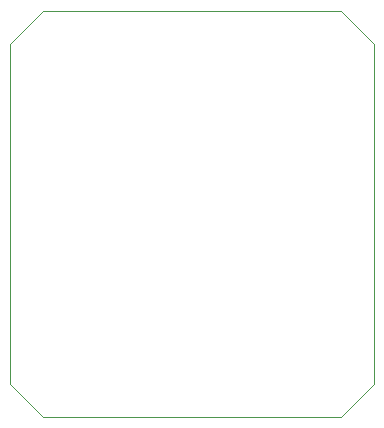
<source format=gbr>
%TF.GenerationSoftware,KiCad,Pcbnew,(6.0.0-0)*%
%TF.CreationDate,2023-03-28T13:07:54-04:00*%
%TF.ProjectId,row-breakout,726f772d-6272-4656-916b-6f75742e6b69,rev?*%
%TF.SameCoordinates,Original*%
%TF.FileFunction,Profile,NP*%
%FSLAX46Y46*%
G04 Gerber Fmt 4.6, Leading zero omitted, Abs format (unit mm)*
G04 Created by KiCad (PCBNEW (6.0.0-0)) date 2023-03-28 13:07:54*
%MOMM*%
%LPD*%
G01*
G04 APERTURE LIST*
%TA.AperFunction,Profile*%
%ADD10C,0.100000*%
%TD*%
G04 APERTURE END LIST*
D10*
X23724000Y-58928000D02*
X20930000Y-56134000D01*
X48997000Y-58928000D02*
X51791000Y-56134000D01*
X23724000Y-24511000D02*
X20930000Y-27305000D01*
X51791000Y-27305000D02*
X51791000Y-56134000D01*
X48997000Y-24511000D02*
X23724000Y-24511000D01*
X20930000Y-56134000D02*
X20930000Y-27305000D01*
X48997000Y-24511000D02*
X51791000Y-27305000D01*
X48997000Y-58928000D02*
X23724000Y-58928000D01*
M02*

</source>
